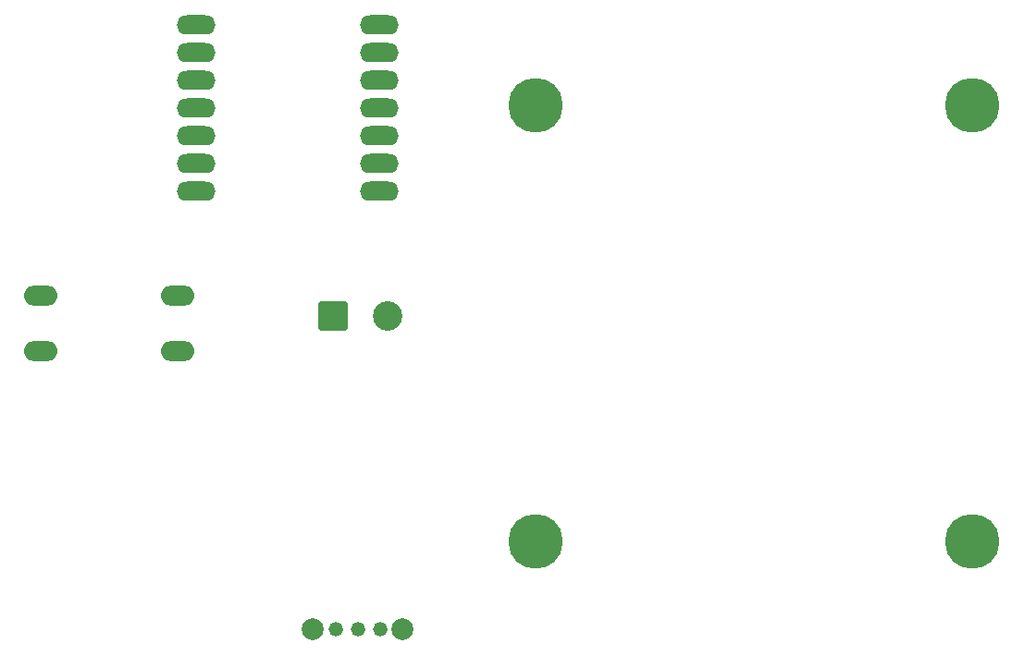
<source format=gbr>
%TF.GenerationSoftware,KiCad,Pcbnew,7.0.9*%
%TF.CreationDate,2024-02-04T13:50:24-08:00*%
%TF.ProjectId,Sensing Device,53656e73-696e-4672-9044-65766963652e,rev?*%
%TF.SameCoordinates,Original*%
%TF.FileFunction,Soldermask,Bot*%
%TF.FilePolarity,Negative*%
%FSLAX46Y46*%
G04 Gerber Fmt 4.6, Leading zero omitted, Abs format (unit mm)*
G04 Created by KiCad (PCBNEW 7.0.9) date 2024-02-04 13:50:24*
%MOMM*%
%LPD*%
G01*
G04 APERTURE LIST*
G04 Aperture macros list*
%AMRoundRect*
0 Rectangle with rounded corners*
0 $1 Rounding radius*
0 $2 $3 $4 $5 $6 $7 $8 $9 X,Y pos of 4 corners*
0 Add a 4 corners polygon primitive as box body*
4,1,4,$2,$3,$4,$5,$6,$7,$8,$9,$2,$3,0*
0 Add four circle primitives for the rounded corners*
1,1,$1+$1,$2,$3*
1,1,$1+$1,$4,$5*
1,1,$1+$1,$6,$7*
1,1,$1+$1,$8,$9*
0 Add four rect primitives between the rounded corners*
20,1,$1+$1,$2,$3,$4,$5,0*
20,1,$1+$1,$4,$5,$6,$7,0*
20,1,$1+$1,$6,$7,$8,$9,0*
20,1,$1+$1,$8,$9,$2,$3,0*%
G04 Aperture macros list end*
%ADD10O,3.556000X1.778000*%
%ADD11RoundRect,0.250001X-1.099999X-1.099999X1.099999X-1.099999X1.099999X1.099999X-1.099999X1.099999X0*%
%ADD12C,2.700000*%
%ADD13O,3.048000X1.850000*%
%ADD14C,1.320800*%
%ADD15C,2.006600*%
%ADD16C,5.000000*%
G04 APERTURE END LIST*
D10*
%TO.C,U1*%
X78994000Y-42672000D03*
X78994000Y-45212000D03*
X78994000Y-47752000D03*
X78994000Y-50292000D03*
X78994000Y-52832000D03*
X78994000Y-55372000D03*
X78994000Y-57912000D03*
X95758000Y-42672000D03*
X95758000Y-45212000D03*
X95758000Y-47752000D03*
X95758000Y-50292000D03*
X95758000Y-52832000D03*
X95758000Y-55372000D03*
X95758000Y-57912000D03*
%TD*%
D11*
%TO.C,J1*%
X91520000Y-69342000D03*
D12*
X96520000Y-69342000D03*
%TD*%
D13*
%TO.C,SW1*%
X64760000Y-67500000D03*
X77260000Y-67500000D03*
X64760000Y-72500000D03*
X77260000Y-72500000D03*
%TD*%
D14*
%TO.C,SW2*%
X91764099Y-98044000D03*
X93764100Y-98044000D03*
X95764101Y-98044000D03*
D15*
X89662000Y-98044000D03*
X97866200Y-98044000D03*
%TD*%
D16*
%TO.C,J2*%
X110000000Y-50000000D03*
X150000000Y-50000000D03*
X110000000Y-90000000D03*
X150000000Y-90000000D03*
%TD*%
M02*

</source>
